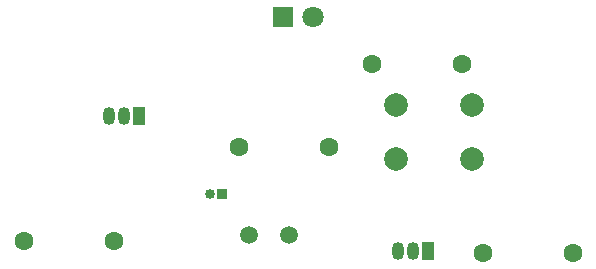
<source format=gbr>
%TF.GenerationSoftware,KiCad,Pcbnew,9.0.2*%
%TF.CreationDate,2025-06-02T01:08:01+08:00*%
%TF.ProjectId,niigo,6e696967-6f2e-46b6-9963-61645f706362,rev?*%
%TF.SameCoordinates,Original*%
%TF.FileFunction,Soldermask,Top*%
%TF.FilePolarity,Negative*%
%FSLAX46Y46*%
G04 Gerber Fmt 4.6, Leading zero omitted, Abs format (unit mm)*
G04 Created by KiCad (PCBNEW 9.0.2) date 2025-06-02 01:08:01*
%MOMM*%
%LPD*%
G01*
G04 APERTURE LIST*
%ADD10C,1.600000*%
%ADD11R,1.050000X1.500000*%
%ADD12O,1.050000X1.500000*%
%ADD13C,2.000000*%
%ADD14C,1.500000*%
%ADD15R,0.850000X0.850000*%
%ADD16C,0.850000*%
%ADD17R,1.800000X1.800000*%
%ADD18C,1.800000*%
G04 APERTURE END LIST*
D10*
%TO.C,R1*%
X244880000Y-70500000D03*
X252500000Y-70500000D03*
%TD*%
D11*
%TO.C,Q2*%
X240270000Y-70360000D03*
D12*
X239000000Y-70360000D03*
X237730000Y-70360000D03*
%TD*%
D10*
%TO.C,R4*%
X206000000Y-69500000D03*
X213620000Y-69500000D03*
%TD*%
D13*
%TO.C,SW1*%
X244000000Y-58000000D03*
X237500000Y-58000000D03*
X244000000Y-62500000D03*
X237500000Y-62500000D03*
%TD*%
D10*
%TO.C,R5*%
X231810000Y-61500000D03*
X224190000Y-61500000D03*
%TD*%
%TO.C,R3*%
X243120000Y-54500000D03*
X235500000Y-54500000D03*
%TD*%
D14*
%TO.C,R2*%
X225100000Y-69000000D03*
X228500000Y-69000000D03*
%TD*%
D11*
%TO.C,Q1*%
X215770000Y-58860000D03*
D12*
X214500000Y-58860000D03*
X213230000Y-58860000D03*
%TD*%
D15*
%TO.C,M1*%
X222800000Y-65500000D03*
D16*
X221800000Y-65500000D03*
%TD*%
D17*
%TO.C,D1*%
X227960000Y-50500000D03*
D18*
X230500000Y-50500000D03*
%TD*%
M02*

</source>
